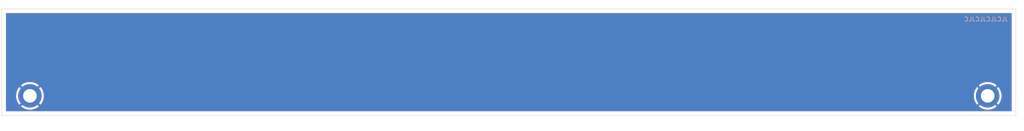
<source format=kicad_pcb>
(kicad_pcb (version 20221018) (generator pcbnew)
  (layers (0 "F.Cu" signal) (31 "B.Cu" signal) (34 "B.Paste" user) (35 "F.Paste" user) (36 "B.SilkS" user "B.Silkscreen") (37 "F.SilkS" user "F.Silkscreen") (38 "B.Mask" user) (39 "F.Mask" user) (44 "Edge.Cuts" user))
  (net 0 "")
  (net 1 "GND")
  (footprint "MountingHole:MountingHole_3.2mm_M3_ISO14580_Pad" (layer "F.Cu") (at 257 95.4)
    (fp_text reference "H2" hide)
    (fp_text value "MountingHole_Pad")
    (pad "1" thru_hole circle (at 0 0) (size 5.5 5.5) (drill 3.2) (layers "*.Cu" "*.Mask") (net 1 "GND"))
  )
  (footprint "MountingHole:MountingHole_3.2mm_M3_ISO14580_Pad" (layer "F.Cu") (at 33 95.4)
    (fp_text reference "H1" hide)
    (fp_text value "MountingHole_Pad")
    (pad "1" thru_hole circle (at 0 0) (size 5.5 5.5) (drill 3.2) (layers "*.Cu" "*.Mask") (net 1 "GND"))
  )
  (gr_rect (start 26.4 75) (end 263.6 100) (stroke (width 0.1)) (fill none) (layer "Edge.Cuts"))
  (gr_text "JLCJLCJLCJLC" (at 261.9 78) (layer "B.SilkS") (effects (font (size 1 1)) (justify left bottom mirror)))
  (zone (net 1) (net_name "GND") (layers "F&B.Cu") (connect_pads (clearance 0.5)) (min_thickness 0.25) (fill yes (thermal_gap 0.5) (thermal_bridge_width 0.5) (island_removal_mode 1) (island_area_min 10))
    (polygon (pts (xy 265.5 103.5) (xy 265.5 73.3) (xy 26 72.9) (xy 26 103.7)))
  )
)
</source>
